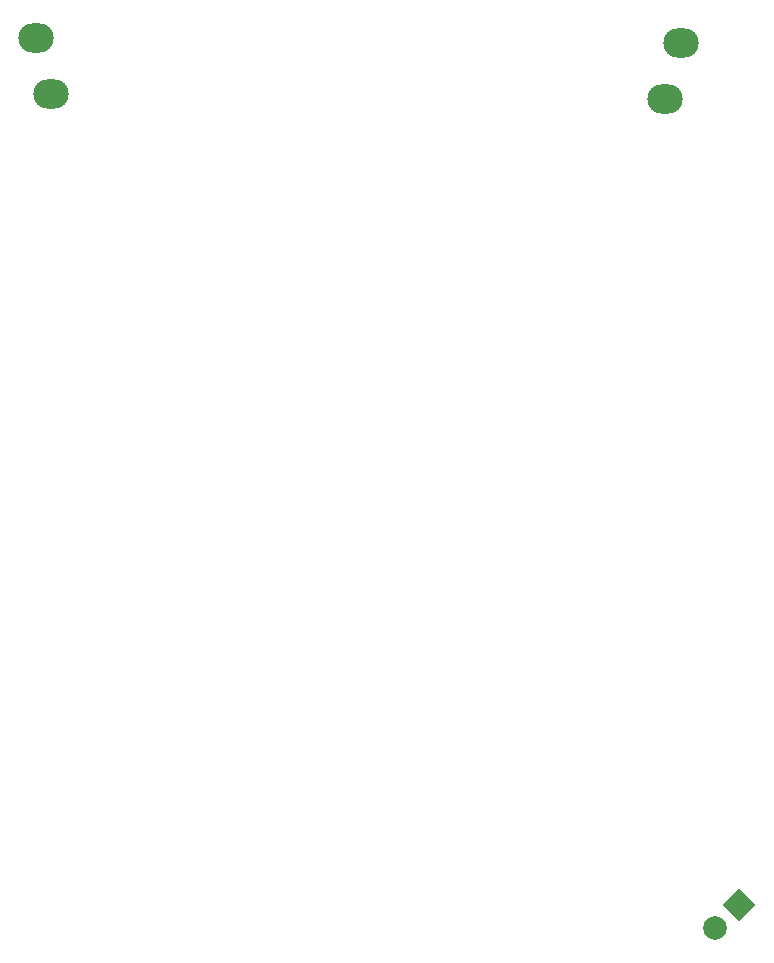
<source format=gbr>
%TF.GenerationSoftware,KiCad,Pcbnew,8.0.2*%
%TF.CreationDate,2024-05-30T02:19:43-04:00*%
%TF.ProjectId,Line-following-learn-to-solder-kit,4c696e65-2d66-46f6-9c6c-6f77696e672d,0*%
%TF.SameCoordinates,Original*%
%TF.FileFunction,Paste,Bot*%
%TF.FilePolarity,Positive*%
%FSLAX46Y46*%
G04 Gerber Fmt 4.6, Leading zero omitted, Abs format (unit mm)*
G04 Created by KiCad (PCBNEW 8.0.2) date 2024-05-30 02:19:43*
%MOMM*%
%LPD*%
G01*
G04 APERTURE LIST*
G04 Aperture macros list*
%AMRotRect*
0 Rectangle, with rotation*
0 The origin of the aperture is its center*
0 $1 length*
0 $2 width*
0 $3 Rotation angle, in degrees counterclockwise*
0 Add horizontal line*
21,1,$1,$2,0,0,$3*%
G04 Aperture macros list end*
%ADD10O,3.000000X2.500000*%
%ADD11C,2.000000*%
%ADD12RotRect,2.000000X2.000000X45.000000*%
G04 APERTURE END LIST*
D10*
%TO.C,M2*%
X116793717Y-82480000D03*
X118090000Y-77730000D03*
%TD*%
%TO.C,M1*%
X64826307Y-82050000D03*
X63530000Y-77300000D03*
%TD*%
D11*
%TO.C,BT1*%
X121012287Y-152682710D03*
D12*
X123012287Y-150682710D03*
%TD*%
M02*

</source>
